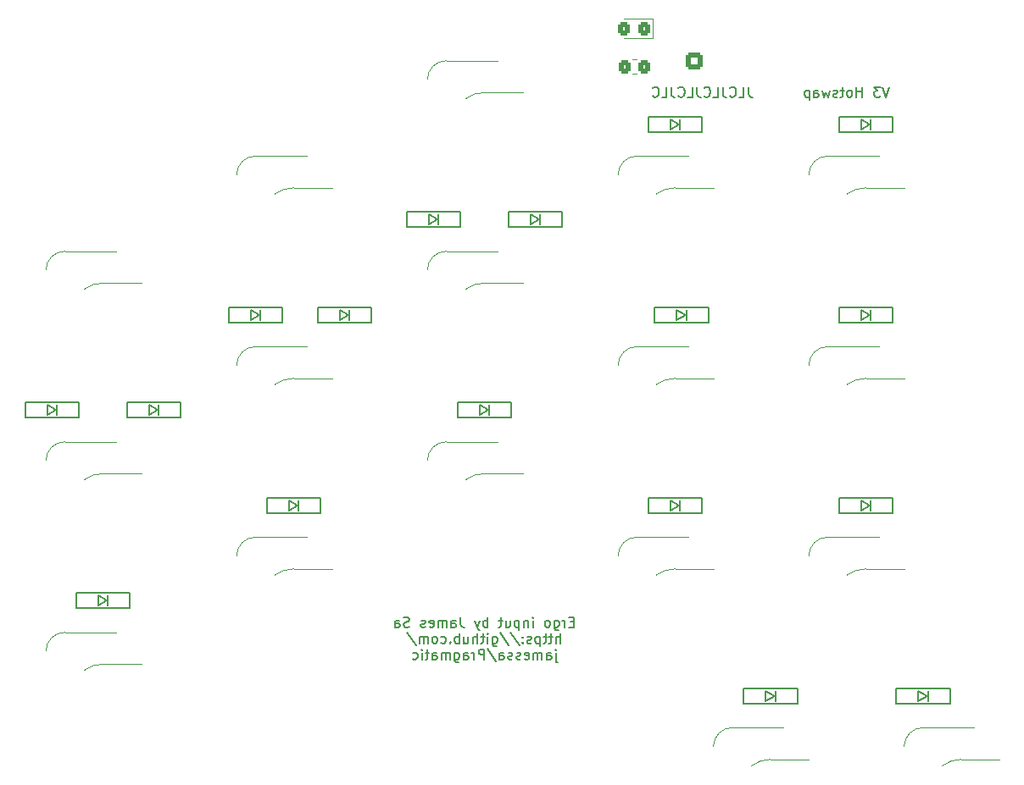
<source format=gbo>
%TF.GenerationSoftware,KiCad,Pcbnew,(6.0.4-0)*%
%TF.CreationDate,2022-03-28T14:08:22+08:00*%
%TF.ProjectId,Pragmatic,50726167-6d61-4746-9963-2e6b69636164,3*%
%TF.SameCoordinates,PX5ad6650PY48ab840*%
%TF.FileFunction,Legend,Bot*%
%TF.FilePolarity,Positive*%
%FSLAX46Y46*%
G04 Gerber Fmt 4.6, Leading zero omitted, Abs format (unit mm)*
G04 Created by KiCad (PCBNEW (6.0.4-0)) date 2022-03-28 14:08:22*
%MOMM*%
%LPD*%
G01*
G04 APERTURE LIST*
G04 Aperture macros list*
%AMRoundRect*
0 Rectangle with rounded corners*
0 $1 Rounding radius*
0 $2 $3 $4 $5 $6 $7 $8 $9 X,Y pos of 4 corners*
0 Add a 4 corners polygon primitive as box body*
4,1,4,$2,$3,$4,$5,$6,$7,$8,$9,$2,$3,0*
0 Add four circle primitives for the rounded corners*
1,1,$1+$1,$2,$3*
1,1,$1+$1,$4,$5*
1,1,$1+$1,$6,$7*
1,1,$1+$1,$8,$9*
0 Add four rect primitives between the rounded corners*
20,1,$1+$1,$2,$3,$4,$5,0*
20,1,$1+$1,$4,$5,$6,$7,0*
20,1,$1+$1,$6,$7,$8,$9,0*
20,1,$1+$1,$8,$9,$2,$3,0*%
G04 Aperture macros list end*
%ADD10C,0.150000*%
%ADD11C,0.120000*%
%ADD12C,1.701800*%
%ADD13C,1.900000*%
%ADD14C,3.000000*%
%ADD15C,4.000000*%
%ADD16C,2.032000*%
%ADD17R,2.550000X2.500000*%
%ADD18C,2.500000*%
%ADD19RoundRect,0.250000X0.600000X-0.600000X0.600000X0.600000X-0.600000X0.600000X-0.600000X-0.600000X0*%
%ADD20C,1.700000*%
%ADD21R,1.400000X1.000000*%
%ADD22RoundRect,0.250000X0.325000X0.450000X-0.325000X0.450000X-0.325000X-0.450000X0.325000X-0.450000X0*%
%ADD23RoundRect,0.250000X0.350000X0.450000X-0.350000X0.450000X-0.350000X-0.450000X0.350000X-0.450000X0*%
G04 APERTURE END LIST*
D10*
X8928571Y-30703571D02*
X8595238Y-30703571D01*
X8452380Y-31227380D02*
X8928571Y-31227380D01*
X8928571Y-30227380D01*
X8452380Y-30227380D01*
X8023809Y-31227380D02*
X8023809Y-30560714D01*
X8023809Y-30751190D02*
X7976190Y-30655952D01*
X7928571Y-30608333D01*
X7833333Y-30560714D01*
X7738095Y-30560714D01*
X6976190Y-30560714D02*
X6976190Y-31370238D01*
X7023809Y-31465476D01*
X7071428Y-31513095D01*
X7166666Y-31560714D01*
X7309523Y-31560714D01*
X7404761Y-31513095D01*
X6976190Y-31179761D02*
X7071428Y-31227380D01*
X7261904Y-31227380D01*
X7357142Y-31179761D01*
X7404761Y-31132142D01*
X7452380Y-31036904D01*
X7452380Y-30751190D01*
X7404761Y-30655952D01*
X7357142Y-30608333D01*
X7261904Y-30560714D01*
X7071428Y-30560714D01*
X6976190Y-30608333D01*
X6357142Y-31227380D02*
X6452380Y-31179761D01*
X6500000Y-31132142D01*
X6547619Y-31036904D01*
X6547619Y-30751190D01*
X6500000Y-30655952D01*
X6452380Y-30608333D01*
X6357142Y-30560714D01*
X6214285Y-30560714D01*
X6119047Y-30608333D01*
X6071428Y-30655952D01*
X6023809Y-30751190D01*
X6023809Y-31036904D01*
X6071428Y-31132142D01*
X6119047Y-31179761D01*
X6214285Y-31227380D01*
X6357142Y-31227380D01*
X4833333Y-31227380D02*
X4833333Y-30560714D01*
X4833333Y-30227380D02*
X4880952Y-30275000D01*
X4833333Y-30322619D01*
X4785714Y-30275000D01*
X4833333Y-30227380D01*
X4833333Y-30322619D01*
X4357142Y-30560714D02*
X4357142Y-31227380D01*
X4357142Y-30655952D02*
X4309523Y-30608333D01*
X4214285Y-30560714D01*
X4071428Y-30560714D01*
X3976190Y-30608333D01*
X3928571Y-30703571D01*
X3928571Y-31227380D01*
X3452380Y-30560714D02*
X3452380Y-31560714D01*
X3452380Y-30608333D02*
X3357142Y-30560714D01*
X3166666Y-30560714D01*
X3071428Y-30608333D01*
X3023809Y-30655952D01*
X2976190Y-30751190D01*
X2976190Y-31036904D01*
X3023809Y-31132142D01*
X3071428Y-31179761D01*
X3166666Y-31227380D01*
X3357142Y-31227380D01*
X3452380Y-31179761D01*
X2119047Y-30560714D02*
X2119047Y-31227380D01*
X2547619Y-30560714D02*
X2547619Y-31084523D01*
X2500000Y-31179761D01*
X2404761Y-31227380D01*
X2261904Y-31227380D01*
X2166666Y-31179761D01*
X2119047Y-31132142D01*
X1785714Y-30560714D02*
X1404761Y-30560714D01*
X1642857Y-30227380D02*
X1642857Y-31084523D01*
X1595238Y-31179761D01*
X1500000Y-31227380D01*
X1404761Y-31227380D01*
X309523Y-31227380D02*
X309523Y-30227380D01*
X309523Y-30608333D02*
X214285Y-30560714D01*
X23809Y-30560714D01*
X-71429Y-30608333D01*
X-119048Y-30655952D01*
X-166667Y-30751190D01*
X-166667Y-31036904D01*
X-119048Y-31132142D01*
X-71429Y-31179761D01*
X23809Y-31227380D01*
X214285Y-31227380D01*
X309523Y-31179761D01*
X-500000Y-30560714D02*
X-738096Y-31227380D01*
X-976191Y-30560714D02*
X-738096Y-31227380D01*
X-642858Y-31465476D01*
X-595239Y-31513095D01*
X-500000Y-31560714D01*
X-2404762Y-30227380D02*
X-2404762Y-30941666D01*
X-2357143Y-31084523D01*
X-2261905Y-31179761D01*
X-2119048Y-31227380D01*
X-2023810Y-31227380D01*
X-3309524Y-31227380D02*
X-3309524Y-30703571D01*
X-3261905Y-30608333D01*
X-3166667Y-30560714D01*
X-2976191Y-30560714D01*
X-2880953Y-30608333D01*
X-3309524Y-31179761D02*
X-3214286Y-31227380D01*
X-2976191Y-31227380D01*
X-2880953Y-31179761D01*
X-2833334Y-31084523D01*
X-2833334Y-30989285D01*
X-2880953Y-30894047D01*
X-2976191Y-30846428D01*
X-3214286Y-30846428D01*
X-3309524Y-30798809D01*
X-3785715Y-31227380D02*
X-3785715Y-30560714D01*
X-3785715Y-30655952D02*
X-3833334Y-30608333D01*
X-3928572Y-30560714D01*
X-4071429Y-30560714D01*
X-4166667Y-30608333D01*
X-4214286Y-30703571D01*
X-4214286Y-31227380D01*
X-4214286Y-30703571D02*
X-4261905Y-30608333D01*
X-4357143Y-30560714D01*
X-4500000Y-30560714D01*
X-4595239Y-30608333D01*
X-4642858Y-30703571D01*
X-4642858Y-31227380D01*
X-5500000Y-31179761D02*
X-5404762Y-31227380D01*
X-5214286Y-31227380D01*
X-5119048Y-31179761D01*
X-5071429Y-31084523D01*
X-5071429Y-30703571D01*
X-5119048Y-30608333D01*
X-5214286Y-30560714D01*
X-5404762Y-30560714D01*
X-5500000Y-30608333D01*
X-5547620Y-30703571D01*
X-5547620Y-30798809D01*
X-5071429Y-30894047D01*
X-5928572Y-31179761D02*
X-6023810Y-31227380D01*
X-6214286Y-31227380D01*
X-6309524Y-31179761D01*
X-6357143Y-31084523D01*
X-6357143Y-31036904D01*
X-6309524Y-30941666D01*
X-6214286Y-30894047D01*
X-6071429Y-30894047D01*
X-5976191Y-30846428D01*
X-5928572Y-30751190D01*
X-5928572Y-30703571D01*
X-5976191Y-30608333D01*
X-6071429Y-30560714D01*
X-6214286Y-30560714D01*
X-6309524Y-30608333D01*
X-7500000Y-31179761D02*
X-7642858Y-31227380D01*
X-7880953Y-31227380D01*
X-7976191Y-31179761D01*
X-8023810Y-31132142D01*
X-8071429Y-31036904D01*
X-8071429Y-30941666D01*
X-8023810Y-30846428D01*
X-7976191Y-30798809D01*
X-7880953Y-30751190D01*
X-7690477Y-30703571D01*
X-7595239Y-30655952D01*
X-7547620Y-30608333D01*
X-7500000Y-30513095D01*
X-7500000Y-30417857D01*
X-7547620Y-30322619D01*
X-7595239Y-30275000D01*
X-7690477Y-30227380D01*
X-7928572Y-30227380D01*
X-8071429Y-30275000D01*
X-8928572Y-31227380D02*
X-8928572Y-30703571D01*
X-8880953Y-30608333D01*
X-8785715Y-30560714D01*
X-8595239Y-30560714D01*
X-8500000Y-30608333D01*
X-8928572Y-31179761D02*
X-8833334Y-31227380D01*
X-8595239Y-31227380D01*
X-8500000Y-31179761D01*
X-8452381Y-31084523D01*
X-8452381Y-30989285D01*
X-8500000Y-30894047D01*
X-8595239Y-30846428D01*
X-8833334Y-30846428D01*
X-8928572Y-30798809D01*
X7571428Y-32837380D02*
X7571428Y-31837380D01*
X7142857Y-32837380D02*
X7142857Y-32313571D01*
X7190476Y-32218333D01*
X7285714Y-32170714D01*
X7428571Y-32170714D01*
X7523809Y-32218333D01*
X7571428Y-32265952D01*
X6809523Y-32170714D02*
X6428571Y-32170714D01*
X6666666Y-31837380D02*
X6666666Y-32694523D01*
X6619047Y-32789761D01*
X6523809Y-32837380D01*
X6428571Y-32837380D01*
X6238095Y-32170714D02*
X5857142Y-32170714D01*
X6095238Y-31837380D02*
X6095238Y-32694523D01*
X6047619Y-32789761D01*
X5952380Y-32837380D01*
X5857142Y-32837380D01*
X5523809Y-32170714D02*
X5523809Y-33170714D01*
X5523809Y-32218333D02*
X5428571Y-32170714D01*
X5238095Y-32170714D01*
X5142857Y-32218333D01*
X5095238Y-32265952D01*
X5047619Y-32361190D01*
X5047619Y-32646904D01*
X5095238Y-32742142D01*
X5142857Y-32789761D01*
X5238095Y-32837380D01*
X5428571Y-32837380D01*
X5523809Y-32789761D01*
X4666666Y-32789761D02*
X4571428Y-32837380D01*
X4380952Y-32837380D01*
X4285714Y-32789761D01*
X4238095Y-32694523D01*
X4238095Y-32646904D01*
X4285714Y-32551666D01*
X4380952Y-32504047D01*
X4523809Y-32504047D01*
X4619047Y-32456428D01*
X4666666Y-32361190D01*
X4666666Y-32313571D01*
X4619047Y-32218333D01*
X4523809Y-32170714D01*
X4380952Y-32170714D01*
X4285714Y-32218333D01*
X3809523Y-32742142D02*
X3761904Y-32789761D01*
X3809523Y-32837380D01*
X3857142Y-32789761D01*
X3809523Y-32742142D01*
X3809523Y-32837380D01*
X3809523Y-32218333D02*
X3761904Y-32265952D01*
X3809523Y-32313571D01*
X3857142Y-32265952D01*
X3809523Y-32218333D01*
X3809523Y-32313571D01*
X2619047Y-31789761D02*
X3476190Y-33075476D01*
X1571428Y-31789761D02*
X2428571Y-33075476D01*
X809523Y-32170714D02*
X809523Y-32980238D01*
X857142Y-33075476D01*
X904761Y-33123095D01*
X1000000Y-33170714D01*
X1142857Y-33170714D01*
X1238095Y-33123095D01*
X809523Y-32789761D02*
X904761Y-32837380D01*
X1095238Y-32837380D01*
X1190476Y-32789761D01*
X1238095Y-32742142D01*
X1285714Y-32646904D01*
X1285714Y-32361190D01*
X1238095Y-32265952D01*
X1190476Y-32218333D01*
X1095238Y-32170714D01*
X904761Y-32170714D01*
X809523Y-32218333D01*
X333333Y-32837380D02*
X333333Y-32170714D01*
X333333Y-31837380D02*
X380952Y-31885000D01*
X333333Y-31932619D01*
X285714Y-31885000D01*
X333333Y-31837380D01*
X333333Y-31932619D01*
X0Y-32170714D02*
X-380953Y-32170714D01*
X-142858Y-31837380D02*
X-142858Y-32694523D01*
X-190477Y-32789761D01*
X-285715Y-32837380D01*
X-380953Y-32837380D01*
X-714286Y-32837380D02*
X-714286Y-31837380D01*
X-1142858Y-32837380D02*
X-1142858Y-32313571D01*
X-1095239Y-32218333D01*
X-1000000Y-32170714D01*
X-857143Y-32170714D01*
X-761905Y-32218333D01*
X-714286Y-32265952D01*
X-2047620Y-32170714D02*
X-2047620Y-32837380D01*
X-1619048Y-32170714D02*
X-1619048Y-32694523D01*
X-1666667Y-32789761D01*
X-1761905Y-32837380D01*
X-1904762Y-32837380D01*
X-2000000Y-32789761D01*
X-2047620Y-32742142D01*
X-2523810Y-32837380D02*
X-2523810Y-31837380D01*
X-2523810Y-32218333D02*
X-2619048Y-32170714D01*
X-2809524Y-32170714D01*
X-2904762Y-32218333D01*
X-2952381Y-32265952D01*
X-3000000Y-32361190D01*
X-3000000Y-32646904D01*
X-2952381Y-32742142D01*
X-2904762Y-32789761D01*
X-2809524Y-32837380D01*
X-2619048Y-32837380D01*
X-2523810Y-32789761D01*
X-3428572Y-32742142D02*
X-3476191Y-32789761D01*
X-3428572Y-32837380D01*
X-3380953Y-32789761D01*
X-3428572Y-32742142D01*
X-3428572Y-32837380D01*
X-4333334Y-32789761D02*
X-4238096Y-32837380D01*
X-4047620Y-32837380D01*
X-3952381Y-32789761D01*
X-3904762Y-32742142D01*
X-3857143Y-32646904D01*
X-3857143Y-32361190D01*
X-3904762Y-32265952D01*
X-3952381Y-32218333D01*
X-4047620Y-32170714D01*
X-4238096Y-32170714D01*
X-4333334Y-32218333D01*
X-4904762Y-32837380D02*
X-4809524Y-32789761D01*
X-4761905Y-32742142D01*
X-4714286Y-32646904D01*
X-4714286Y-32361190D01*
X-4761905Y-32265952D01*
X-4809524Y-32218333D01*
X-4904762Y-32170714D01*
X-5047620Y-32170714D01*
X-5142858Y-32218333D01*
X-5190477Y-32265952D01*
X-5238096Y-32361190D01*
X-5238096Y-32646904D01*
X-5190477Y-32742142D01*
X-5142858Y-32789761D01*
X-5047620Y-32837380D01*
X-4904762Y-32837380D01*
X-5666667Y-32837380D02*
X-5666667Y-32170714D01*
X-5666667Y-32265952D02*
X-5714286Y-32218333D01*
X-5809524Y-32170714D01*
X-5952381Y-32170714D01*
X-6047620Y-32218333D01*
X-6095239Y-32313571D01*
X-6095239Y-32837380D01*
X-6095239Y-32313571D02*
X-6142858Y-32218333D01*
X-6238096Y-32170714D01*
X-6380953Y-32170714D01*
X-6476191Y-32218333D01*
X-6523810Y-32313571D01*
X-6523810Y-32837380D01*
X-7714286Y-31789761D02*
X-6857143Y-33075476D01*
X7119047Y-33780714D02*
X7119047Y-34637857D01*
X7166666Y-34733095D01*
X7261904Y-34780714D01*
X7309523Y-34780714D01*
X7119047Y-33447380D02*
X7166666Y-33495000D01*
X7119047Y-33542619D01*
X7071428Y-33495000D01*
X7119047Y-33447380D01*
X7119047Y-33542619D01*
X6214285Y-34447380D02*
X6214285Y-33923571D01*
X6261904Y-33828333D01*
X6357142Y-33780714D01*
X6547619Y-33780714D01*
X6642857Y-33828333D01*
X6214285Y-34399761D02*
X6309523Y-34447380D01*
X6547619Y-34447380D01*
X6642857Y-34399761D01*
X6690476Y-34304523D01*
X6690476Y-34209285D01*
X6642857Y-34114047D01*
X6547619Y-34066428D01*
X6309523Y-34066428D01*
X6214285Y-34018809D01*
X5738095Y-34447380D02*
X5738095Y-33780714D01*
X5738095Y-33875952D02*
X5690476Y-33828333D01*
X5595238Y-33780714D01*
X5452380Y-33780714D01*
X5357142Y-33828333D01*
X5309523Y-33923571D01*
X5309523Y-34447380D01*
X5309523Y-33923571D02*
X5261904Y-33828333D01*
X5166666Y-33780714D01*
X5023809Y-33780714D01*
X4928571Y-33828333D01*
X4880952Y-33923571D01*
X4880952Y-34447380D01*
X4023809Y-34399761D02*
X4119047Y-34447380D01*
X4309523Y-34447380D01*
X4404761Y-34399761D01*
X4452380Y-34304523D01*
X4452380Y-33923571D01*
X4404761Y-33828333D01*
X4309523Y-33780714D01*
X4119047Y-33780714D01*
X4023809Y-33828333D01*
X3976190Y-33923571D01*
X3976190Y-34018809D01*
X4452380Y-34114047D01*
X3595238Y-34399761D02*
X3500000Y-34447380D01*
X3309523Y-34447380D01*
X3214285Y-34399761D01*
X3166666Y-34304523D01*
X3166666Y-34256904D01*
X3214285Y-34161666D01*
X3309523Y-34114047D01*
X3452380Y-34114047D01*
X3547619Y-34066428D01*
X3595238Y-33971190D01*
X3595238Y-33923571D01*
X3547619Y-33828333D01*
X3452380Y-33780714D01*
X3309523Y-33780714D01*
X3214285Y-33828333D01*
X2785714Y-34399761D02*
X2690476Y-34447380D01*
X2500000Y-34447380D01*
X2404761Y-34399761D01*
X2357142Y-34304523D01*
X2357142Y-34256904D01*
X2404761Y-34161666D01*
X2500000Y-34114047D01*
X2642857Y-34114047D01*
X2738095Y-34066428D01*
X2785714Y-33971190D01*
X2785714Y-33923571D01*
X2738095Y-33828333D01*
X2642857Y-33780714D01*
X2500000Y-33780714D01*
X2404761Y-33828333D01*
X1500000Y-34447380D02*
X1500000Y-33923571D01*
X1547619Y-33828333D01*
X1642857Y-33780714D01*
X1833333Y-33780714D01*
X1928571Y-33828333D01*
X1500000Y-34399761D02*
X1595238Y-34447380D01*
X1833333Y-34447380D01*
X1928571Y-34399761D01*
X1976190Y-34304523D01*
X1976190Y-34209285D01*
X1928571Y-34114047D01*
X1833333Y-34066428D01*
X1595238Y-34066428D01*
X1500000Y-34018809D01*
X309523Y-33399761D02*
X1166666Y-34685476D01*
X-23810Y-34447380D02*
X-23810Y-33447380D01*
X-404762Y-33447380D01*
X-500000Y-33495000D01*
X-547620Y-33542619D01*
X-595239Y-33637857D01*
X-595239Y-33780714D01*
X-547620Y-33875952D01*
X-500000Y-33923571D01*
X-404762Y-33971190D01*
X-23810Y-33971190D01*
X-1023810Y-34447380D02*
X-1023810Y-33780714D01*
X-1023810Y-33971190D02*
X-1071429Y-33875952D01*
X-1119048Y-33828333D01*
X-1214286Y-33780714D01*
X-1309524Y-33780714D01*
X-2071429Y-34447380D02*
X-2071429Y-33923571D01*
X-2023810Y-33828333D01*
X-1928572Y-33780714D01*
X-1738096Y-33780714D01*
X-1642858Y-33828333D01*
X-2071429Y-34399761D02*
X-1976191Y-34447380D01*
X-1738096Y-34447380D01*
X-1642858Y-34399761D01*
X-1595239Y-34304523D01*
X-1595239Y-34209285D01*
X-1642858Y-34114047D01*
X-1738096Y-34066428D01*
X-1976191Y-34066428D01*
X-2071429Y-34018809D01*
X-2976191Y-33780714D02*
X-2976191Y-34590238D01*
X-2928572Y-34685476D01*
X-2880953Y-34733095D01*
X-2785715Y-34780714D01*
X-2642858Y-34780714D01*
X-2547620Y-34733095D01*
X-2976191Y-34399761D02*
X-2880953Y-34447380D01*
X-2690477Y-34447380D01*
X-2595239Y-34399761D01*
X-2547620Y-34352142D01*
X-2500000Y-34256904D01*
X-2500000Y-33971190D01*
X-2547620Y-33875952D01*
X-2595239Y-33828333D01*
X-2690477Y-33780714D01*
X-2880953Y-33780714D01*
X-2976191Y-33828333D01*
X-3452381Y-34447380D02*
X-3452381Y-33780714D01*
X-3452381Y-33875952D02*
X-3500000Y-33828333D01*
X-3595239Y-33780714D01*
X-3738096Y-33780714D01*
X-3833334Y-33828333D01*
X-3880953Y-33923571D01*
X-3880953Y-34447380D01*
X-3880953Y-33923571D02*
X-3928572Y-33828333D01*
X-4023810Y-33780714D01*
X-4166667Y-33780714D01*
X-4261905Y-33828333D01*
X-4309524Y-33923571D01*
X-4309524Y-34447380D01*
X-5214286Y-34447380D02*
X-5214286Y-33923571D01*
X-5166667Y-33828333D01*
X-5071429Y-33780714D01*
X-4880953Y-33780714D01*
X-4785715Y-33828333D01*
X-5214286Y-34399761D02*
X-5119048Y-34447380D01*
X-4880953Y-34447380D01*
X-4785715Y-34399761D01*
X-4738096Y-34304523D01*
X-4738096Y-34209285D01*
X-4785715Y-34114047D01*
X-4880953Y-34066428D01*
X-5119048Y-34066428D01*
X-5214286Y-34018809D01*
X-5547620Y-33780714D02*
X-5928572Y-33780714D01*
X-5690477Y-33447380D02*
X-5690477Y-34304523D01*
X-5738096Y-34399761D01*
X-5833334Y-34447380D01*
X-5928572Y-34447380D01*
X-6261905Y-34447380D02*
X-6261905Y-33780714D01*
X-6261905Y-33447380D02*
X-6214286Y-33495000D01*
X-6261905Y-33542619D01*
X-6309524Y-33495000D01*
X-6261905Y-33447380D01*
X-6261905Y-33542619D01*
X-7166667Y-34399761D02*
X-7071429Y-34447380D01*
X-6880953Y-34447380D01*
X-6785715Y-34399761D01*
X-6738096Y-34352142D01*
X-6690477Y-34256904D01*
X-6690477Y-33971190D01*
X-6738096Y-33875952D01*
X-6785715Y-33828333D01*
X-6880953Y-33780714D01*
X-7071429Y-33780714D01*
X-7166667Y-33828333D01*
X26369404Y22781381D02*
X26369404Y22055667D01*
X26417023Y21910524D01*
X26512261Y21813762D01*
X26655119Y21765381D01*
X26750357Y21765381D01*
X25417023Y21765381D02*
X25893214Y21765381D01*
X25893214Y22781381D01*
X24512261Y21862143D02*
X24559880Y21813762D01*
X24702738Y21765381D01*
X24797976Y21765381D01*
X24940833Y21813762D01*
X25036071Y21910524D01*
X25083690Y22007286D01*
X25131309Y22200810D01*
X25131309Y22345953D01*
X25083690Y22539477D01*
X25036071Y22636239D01*
X24940833Y22733000D01*
X24797976Y22781381D01*
X24702738Y22781381D01*
X24559880Y22733000D01*
X24512261Y22684620D01*
X23797976Y22781381D02*
X23797976Y22055667D01*
X23845595Y21910524D01*
X23940833Y21813762D01*
X24083690Y21765381D01*
X24178928Y21765381D01*
X22845595Y21765381D02*
X23321785Y21765381D01*
X23321785Y22781381D01*
X21940833Y21862143D02*
X21988452Y21813762D01*
X22131309Y21765381D01*
X22226547Y21765381D01*
X22369404Y21813762D01*
X22464642Y21910524D01*
X22512261Y22007286D01*
X22559880Y22200810D01*
X22559880Y22345953D01*
X22512261Y22539477D01*
X22464642Y22636239D01*
X22369404Y22733000D01*
X22226547Y22781381D01*
X22131309Y22781381D01*
X21988452Y22733000D01*
X21940833Y22684620D01*
X21226547Y22781381D02*
X21226547Y22055667D01*
X21274166Y21910524D01*
X21369404Y21813762D01*
X21512261Y21765381D01*
X21607500Y21765381D01*
X20274166Y21765381D02*
X20750357Y21765381D01*
X20750357Y22781381D01*
X19369404Y21862143D02*
X19417023Y21813762D01*
X19559880Y21765381D01*
X19655119Y21765381D01*
X19797976Y21813762D01*
X19893214Y21910524D01*
X19940833Y22007286D01*
X19988452Y22200810D01*
X19988452Y22345953D01*
X19940833Y22539477D01*
X19893214Y22636239D01*
X19797976Y22733000D01*
X19655119Y22781381D01*
X19559880Y22781381D01*
X19417023Y22733000D01*
X19369404Y22684620D01*
X18655119Y22781381D02*
X18655119Y22055667D01*
X18702738Y21910524D01*
X18797976Y21813762D01*
X18940833Y21765381D01*
X19036071Y21765381D01*
X17702738Y21765381D02*
X18178928Y21765381D01*
X18178928Y22781381D01*
X16797976Y21862143D02*
X16845595Y21813762D01*
X16988452Y21765381D01*
X17083690Y21765381D01*
X17226547Y21813762D01*
X17321785Y21910524D01*
X17369404Y22007286D01*
X17417023Y22200810D01*
X17417023Y22345953D01*
X17369404Y22539477D01*
X17321785Y22636239D01*
X17226547Y22733000D01*
X17083690Y22781381D01*
X16988452Y22781381D01*
X16845595Y22733000D01*
X16797976Y22684620D01*
X40447261Y22772620D02*
X40113928Y21772620D01*
X39780595Y22772620D01*
X39542500Y22772620D02*
X38923452Y22772620D01*
X39256785Y22391667D01*
X39113928Y22391667D01*
X39018690Y22344048D01*
X38971071Y22296429D01*
X38923452Y22201191D01*
X38923452Y21963096D01*
X38971071Y21867858D01*
X39018690Y21820239D01*
X39113928Y21772620D01*
X39399642Y21772620D01*
X39494880Y21820239D01*
X39542500Y21867858D01*
X37732976Y21772620D02*
X37732976Y22772620D01*
X37732976Y22296429D02*
X37161547Y22296429D01*
X37161547Y21772620D02*
X37161547Y22772620D01*
X36542500Y21772620D02*
X36637738Y21820239D01*
X36685357Y21867858D01*
X36732976Y21963096D01*
X36732976Y22248810D01*
X36685357Y22344048D01*
X36637738Y22391667D01*
X36542500Y22439286D01*
X36399642Y22439286D01*
X36304404Y22391667D01*
X36256785Y22344048D01*
X36209166Y22248810D01*
X36209166Y21963096D01*
X36256785Y21867858D01*
X36304404Y21820239D01*
X36399642Y21772620D01*
X36542500Y21772620D01*
X35923452Y22439286D02*
X35542500Y22439286D01*
X35780595Y22772620D02*
X35780595Y21915477D01*
X35732976Y21820239D01*
X35637738Y21772620D01*
X35542500Y21772620D01*
X35256785Y21820239D02*
X35161547Y21772620D01*
X34971071Y21772620D01*
X34875833Y21820239D01*
X34828214Y21915477D01*
X34828214Y21963096D01*
X34875833Y22058334D01*
X34971071Y22105953D01*
X35113928Y22105953D01*
X35209166Y22153572D01*
X35256785Y22248810D01*
X35256785Y22296429D01*
X35209166Y22391667D01*
X35113928Y22439286D01*
X34971071Y22439286D01*
X34875833Y22391667D01*
X34494880Y22439286D02*
X34304404Y21772620D01*
X34113928Y22248810D01*
X33923452Y21772620D01*
X33732976Y22439286D01*
X32923452Y21772620D02*
X32923452Y22296429D01*
X32971071Y22391667D01*
X33066309Y22439286D01*
X33256785Y22439286D01*
X33352023Y22391667D01*
X32923452Y21820239D02*
X33018690Y21772620D01*
X33256785Y21772620D01*
X33352023Y21820239D01*
X33399642Y21915477D01*
X33399642Y22010715D01*
X33352023Y22105953D01*
X33256785Y22153572D01*
X33018690Y22153572D01*
X32923452Y22201191D01*
X32447261Y22439286D02*
X32447261Y21439286D01*
X32447261Y22391667D02*
X32352023Y22439286D01*
X32161547Y22439286D01*
X32066309Y22391667D01*
X32018690Y22344048D01*
X31971071Y22248810D01*
X31971071Y21963096D01*
X32018690Y21867858D01*
X32066309Y21820239D01*
X32161547Y21772620D01*
X32352023Y21772620D01*
X32447261Y21820239D01*
D11*
X-41910000Y6350000D02*
X-36830000Y6350000D01*
X-38100000Y3175000D02*
X-34290000Y3175000D01*
X-38100000Y3175000D02*
G75*
G03*
X-40005000Y2540000I3J-3175009D01*
G01*
X-41910000Y6350000D02*
G75*
G03*
X-43815000Y4445000I1J-1905001D01*
G01*
X-41910000Y-12700000D02*
X-36830000Y-12700000D01*
X-38100000Y-15875000D02*
X-34290000Y-15875000D01*
X-38100000Y-15875000D02*
G75*
G03*
X-40005000Y-16510000I3J-3175009D01*
G01*
X-41910000Y-12700000D02*
G75*
G03*
X-43815000Y-14605000I1J-1905001D01*
G01*
X-19050000Y-6350000D02*
X-15240000Y-6350000D01*
X-22860000Y-3175000D02*
X-17780000Y-3175000D01*
X-19050000Y-6350000D02*
G75*
G03*
X-20955000Y-6985000I3J-3175009D01*
G01*
X-22860000Y-3175000D02*
G75*
G03*
X-24765000Y-5080000I1J-1905001D01*
G01*
X-19050000Y12700000D02*
X-15240000Y12700000D01*
X-22860000Y15875000D02*
X-17780000Y15875000D01*
X-22860000Y15875000D02*
G75*
G03*
X-24765000Y13970000I1J-1905001D01*
G01*
X-19050000Y12700000D02*
G75*
G03*
X-20955000Y12065000I3J-3175009D01*
G01*
X0Y22225000D02*
X3810000Y22225000D01*
X-3810000Y25400000D02*
X1270000Y25400000D01*
X-3810000Y25400000D02*
G75*
G03*
X-5715000Y23495000I1J-1905001D01*
G01*
X0Y22225000D02*
G75*
G03*
X-1905000Y21590000I3J-3175009D01*
G01*
X15240000Y15875000D02*
X20320000Y15875000D01*
X19050000Y12700000D02*
X22860000Y12700000D01*
X19050000Y12700000D02*
G75*
G03*
X17145000Y12065000I3J-3175009D01*
G01*
X15240000Y15875000D02*
G75*
G03*
X13335000Y13970000I1J-1905001D01*
G01*
X34290000Y15875000D02*
X39370000Y15875000D01*
X38100000Y12700000D02*
X41910000Y12700000D01*
X38100000Y12700000D02*
G75*
G03*
X36195000Y12065000I3J-3175009D01*
G01*
X34290000Y15875000D02*
G75*
G03*
X32385000Y13970000I1J-1905001D01*
G01*
X0Y3175000D02*
X3810000Y3175000D01*
X-3810000Y6350000D02*
X1270000Y6350000D01*
X-3810000Y6350000D02*
G75*
G03*
X-5715000Y4445000I1J-1905001D01*
G01*
X0Y3175000D02*
G75*
G03*
X-1905000Y2540000I3J-3175009D01*
G01*
X19050000Y-6350000D02*
X22860000Y-6350000D01*
X15240000Y-3175000D02*
X20320000Y-3175000D01*
X19050000Y-6350000D02*
G75*
G03*
X17145000Y-6985000I3J-3175009D01*
G01*
X15240000Y-3175000D02*
G75*
G03*
X13335000Y-5080000I1J-1905001D01*
G01*
X38100000Y-6350000D02*
X41910000Y-6350000D01*
X34290000Y-3175000D02*
X39370000Y-3175000D01*
X38100000Y-6350000D02*
G75*
G03*
X36195000Y-6985000I3J-3175009D01*
G01*
X34290000Y-3175000D02*
G75*
G03*
X32385000Y-5080000I1J-1905001D01*
G01*
X-38100000Y-34925000D02*
X-34290000Y-34925000D01*
X-41910000Y-31750000D02*
X-36830000Y-31750000D01*
X-41910000Y-31750000D02*
G75*
G03*
X-43815000Y-33655000I1J-1905001D01*
G01*
X-38100000Y-34925000D02*
G75*
G03*
X-40005000Y-35560000I3J-3175009D01*
G01*
X-19050000Y-25400000D02*
X-15240000Y-25400000D01*
X-22860000Y-22225000D02*
X-17780000Y-22225000D01*
X-19050000Y-25400000D02*
G75*
G03*
X-20955000Y-26035000I3J-3175009D01*
G01*
X-22860000Y-22225000D02*
G75*
G03*
X-24765000Y-24130000I1J-1905001D01*
G01*
X0Y-15875000D02*
X3810000Y-15875000D01*
X-3810000Y-12700000D02*
X1270000Y-12700000D01*
X0Y-15875000D02*
G75*
G03*
X-1905000Y-16510000I3J-3175009D01*
G01*
X-3810000Y-12700000D02*
G75*
G03*
X-5715000Y-14605000I1J-1905001D01*
G01*
X15240000Y-22225000D02*
X20320000Y-22225000D01*
X19050000Y-25400000D02*
X22860000Y-25400000D01*
X19050000Y-25400000D02*
G75*
G03*
X17145000Y-26035000I3J-3175009D01*
G01*
X15240000Y-22225000D02*
G75*
G03*
X13335000Y-24130000I1J-1905001D01*
G01*
X34290000Y-22225000D02*
X39370000Y-22225000D01*
X38100000Y-25400000D02*
X41910000Y-25400000D01*
X38100000Y-25400000D02*
G75*
G03*
X36195000Y-26035000I3J-3175009D01*
G01*
X34290000Y-22225000D02*
G75*
G03*
X32385000Y-24130000I1J-1905001D01*
G01*
X28575000Y-44450000D02*
X32385000Y-44450000D01*
X24765000Y-41275000D02*
X29845000Y-41275000D01*
X28575000Y-44450000D02*
G75*
G03*
X26670000Y-45085000I3J-3175009D01*
G01*
X24765000Y-41275000D02*
G75*
G03*
X22860000Y-43180000I1J-1905001D01*
G01*
X47625000Y-44450000D02*
X51435000Y-44450000D01*
X43815000Y-41275000D02*
X48895000Y-41275000D01*
X47625000Y-44450000D02*
G75*
G03*
X45720000Y-45085000I3J-3175009D01*
G01*
X43815000Y-41275000D02*
G75*
G03*
X41910000Y-43180000I1J-1905001D01*
G01*
D10*
X-43680000Y-9025000D02*
X-43680000Y-10025000D01*
X-45880000Y-8775000D02*
X-45880000Y-10275000D01*
X-42680000Y-9025000D02*
X-42680000Y-10025000D01*
X-43680000Y-10025000D02*
X-42780000Y-9525000D01*
X-40480000Y-8775000D02*
X-40480000Y-10275000D01*
X-42780000Y-9525000D02*
X-43680000Y-9025000D01*
X-40480000Y-10275000D02*
X-45880000Y-10275000D01*
X-45880000Y-8775000D02*
X-40480000Y-8775000D01*
X-30320000Y-10275000D02*
X-35720000Y-10275000D01*
X-33520000Y-9025000D02*
X-33520000Y-10025000D01*
X-32520000Y-9025000D02*
X-32520000Y-10025000D01*
X-33520000Y-10025000D02*
X-32620000Y-9525000D01*
X-35720000Y-8775000D02*
X-35720000Y-10275000D01*
X-35720000Y-8775000D02*
X-30320000Y-8775000D01*
X-30320000Y-8775000D02*
X-30320000Y-10275000D01*
X-32620000Y-9525000D02*
X-33520000Y-9025000D01*
X-16670000Y750000D02*
X-16670000Y-750000D01*
X-14470000Y-500000D02*
X-13570000Y0D01*
X-14470000Y500000D02*
X-14470000Y-500000D01*
X-11270000Y750000D02*
X-11270000Y-750000D01*
X-13470000Y500000D02*
X-13470000Y-500000D01*
X-13570000Y0D02*
X-14470000Y500000D01*
X-16670000Y750000D02*
X-11270000Y750000D01*
X-11270000Y-750000D02*
X-16670000Y-750000D01*
X-25560000Y750000D02*
X-20160000Y750000D01*
X-23360000Y-500000D02*
X-22460000Y0D01*
X-22360000Y500000D02*
X-22360000Y-500000D01*
X-25560000Y750000D02*
X-25560000Y-750000D01*
X-22460000Y0D02*
X-23360000Y500000D01*
X-23360000Y500000D02*
X-23360000Y-500000D01*
X-20160000Y-750000D02*
X-25560000Y-750000D01*
X-20160000Y750000D02*
X-20160000Y-750000D01*
X-7780000Y10275000D02*
X-2380000Y10275000D01*
X-2380000Y10275000D02*
X-2380000Y8775000D01*
X-5580000Y10025000D02*
X-5580000Y9025000D01*
X-7780000Y10275000D02*
X-7780000Y8775000D01*
X-2380000Y8775000D02*
X-7780000Y8775000D01*
X-4680000Y9525000D02*
X-5580000Y10025000D01*
X-4580000Y10025000D02*
X-4580000Y9025000D01*
X-5580000Y9025000D02*
X-4680000Y9525000D01*
X21750000Y18300000D02*
X16350000Y18300000D01*
X19450000Y19050000D02*
X18550000Y19550000D01*
X21750000Y19800000D02*
X21750000Y18300000D01*
X16350000Y19800000D02*
X16350000Y18300000D01*
X19550000Y19550000D02*
X19550000Y18550000D01*
X18550000Y18550000D02*
X19450000Y19050000D01*
X18550000Y19550000D02*
X18550000Y18550000D01*
X16350000Y19800000D02*
X21750000Y19800000D01*
X35400000Y19800000D02*
X40800000Y19800000D01*
X37600000Y18550000D02*
X38500000Y19050000D01*
X40800000Y18300000D02*
X35400000Y18300000D01*
X38600000Y19550000D02*
X38600000Y18550000D01*
X35400000Y19800000D02*
X35400000Y18300000D01*
X40800000Y19800000D02*
X40800000Y18300000D01*
X38500000Y19050000D02*
X37600000Y19550000D01*
X37600000Y19550000D02*
X37600000Y18550000D01*
X7780000Y10275000D02*
X7780000Y8775000D01*
X5480000Y9525000D02*
X4580000Y10025000D01*
X7780000Y8775000D02*
X2380000Y8775000D01*
X2380000Y10275000D02*
X7780000Y10275000D01*
X5580000Y10025000D02*
X5580000Y9025000D01*
X4580000Y10025000D02*
X4580000Y9025000D01*
X2380000Y10275000D02*
X2380000Y8775000D01*
X4580000Y9025000D02*
X5480000Y9525000D01*
X22385000Y-750000D02*
X16985000Y-750000D01*
X22385000Y750000D02*
X22385000Y-750000D01*
X20185000Y500000D02*
X20185000Y-500000D01*
X16985000Y750000D02*
X16985000Y-750000D01*
X19185000Y500000D02*
X19185000Y-500000D01*
X16985000Y750000D02*
X22385000Y750000D01*
X19185000Y-500000D02*
X20085000Y0D01*
X20085000Y0D02*
X19185000Y500000D01*
X37600000Y-500000D02*
X38500000Y0D01*
X35400000Y750000D02*
X35400000Y-750000D01*
X37600000Y500000D02*
X37600000Y-500000D01*
X40800000Y750000D02*
X40800000Y-750000D01*
X40800000Y-750000D02*
X35400000Y-750000D01*
X38500000Y0D02*
X37600000Y500000D01*
X38600000Y500000D02*
X38600000Y-500000D01*
X35400000Y750000D02*
X40800000Y750000D01*
X-35400000Y-29325000D02*
X-40800000Y-29325000D01*
X-38600000Y-28075000D02*
X-38600000Y-29075000D01*
X-37600000Y-28075000D02*
X-37600000Y-29075000D01*
X-40800000Y-27825000D02*
X-35400000Y-27825000D01*
X-38600000Y-29075000D02*
X-37700000Y-28575000D01*
X-37700000Y-28575000D02*
X-38600000Y-28075000D01*
X-40800000Y-27825000D02*
X-40800000Y-29325000D01*
X-35400000Y-27825000D02*
X-35400000Y-29325000D01*
X-19550000Y-19550000D02*
X-18650000Y-19050000D01*
X-18650000Y-19050000D02*
X-19550000Y-18550000D01*
X-19550000Y-18550000D02*
X-19550000Y-19550000D01*
X-16350000Y-19800000D02*
X-21750000Y-19800000D01*
X-21750000Y-18300000D02*
X-16350000Y-18300000D01*
X-18550000Y-18550000D02*
X-18550000Y-19550000D01*
X-16350000Y-18300000D02*
X-16350000Y-19800000D01*
X-21750000Y-18300000D02*
X-21750000Y-19800000D01*
X400000Y-9525000D02*
X-500000Y-9025000D01*
X-500000Y-10025000D02*
X400000Y-9525000D01*
X-500000Y-9025000D02*
X-500000Y-10025000D01*
X2700000Y-8775000D02*
X2700000Y-10275000D01*
X-2700000Y-8775000D02*
X-2700000Y-10275000D01*
X2700000Y-10275000D02*
X-2700000Y-10275000D01*
X-2700000Y-8775000D02*
X2700000Y-8775000D01*
X500000Y-9025000D02*
X500000Y-10025000D01*
X21750000Y-18300000D02*
X21750000Y-19800000D01*
X16350000Y-18300000D02*
X21750000Y-18300000D01*
X18550000Y-18550000D02*
X18550000Y-19550000D01*
X21750000Y-19800000D02*
X16350000Y-19800000D01*
X16350000Y-18300000D02*
X16350000Y-19800000D01*
X19550000Y-18550000D02*
X19550000Y-19550000D01*
X19450000Y-19050000D02*
X18550000Y-18550000D01*
X18550000Y-19550000D02*
X19450000Y-19050000D01*
X37600000Y-19550000D02*
X38500000Y-19050000D01*
X40800000Y-18300000D02*
X40800000Y-19800000D01*
X38600000Y-18550000D02*
X38600000Y-19550000D01*
X35400000Y-18300000D02*
X40800000Y-18300000D01*
X40800000Y-19800000D02*
X35400000Y-19800000D01*
X35400000Y-18300000D02*
X35400000Y-19800000D01*
X37600000Y-18550000D02*
X37600000Y-19550000D01*
X38500000Y-19050000D02*
X37600000Y-18550000D01*
X28975000Y-38100000D02*
X28075000Y-37600000D01*
X25875000Y-37350000D02*
X31275000Y-37350000D01*
X31275000Y-37350000D02*
X31275000Y-38850000D01*
X28075000Y-38600000D02*
X28975000Y-38100000D01*
X25875000Y-37350000D02*
X25875000Y-38850000D01*
X28075000Y-37600000D02*
X28075000Y-38600000D01*
X29075000Y-37600000D02*
X29075000Y-38600000D01*
X31275000Y-38850000D02*
X25875000Y-38850000D01*
X44315000Y-37600000D02*
X44315000Y-38600000D01*
X43315000Y-38600000D02*
X44215000Y-38100000D01*
X46515000Y-37350000D02*
X46515000Y-38850000D01*
X41115000Y-37350000D02*
X46515000Y-37350000D01*
X46515000Y-38850000D02*
X41115000Y-38850000D01*
X43315000Y-37600000D02*
X43315000Y-38600000D01*
X41115000Y-37350000D02*
X41115000Y-38850000D01*
X44215000Y-38100000D02*
X43315000Y-37600000D01*
D11*
X16805000Y27665000D02*
X13945000Y27665000D01*
X13945000Y29585000D02*
X16805000Y29585000D01*
X16805000Y29585000D02*
X16805000Y27665000D01*
X15197064Y25550000D02*
X14742936Y25550000D01*
X15197064Y24080000D02*
X14742936Y24080000D01*
%LPC*%
D12*
X-43575000Y-25000D03*
D13*
X-33020000Y0D03*
D14*
X-35560000Y5080000D03*
D15*
X-38100000Y0D03*
D12*
X-32575000Y-25000D03*
D14*
X-41910000Y2540000D03*
D13*
X-43180000Y0D03*
D16*
X-43075000Y-3810000D03*
D17*
X-45185000Y2540000D03*
X-32258000Y5080000D03*
D16*
X-38075000Y-5925000D03*
D12*
X-43575000Y-19075000D03*
D15*
X-38100000Y-19050000D03*
D13*
X-43180000Y-19050000D03*
D14*
X-41910000Y-16510000D03*
D12*
X-32575000Y-19075000D03*
D14*
X-35560000Y-13970000D03*
D13*
X-33020000Y-19050000D03*
D16*
X-43075000Y-22860000D03*
D17*
X-45185000Y-16510000D03*
X-32258000Y-13970000D03*
D16*
X-38075000Y-24975000D03*
D12*
X-13525000Y-9550000D03*
X-24525000Y-9550000D03*
D13*
X-24130000Y-9525000D03*
D15*
X-19050000Y-9525000D03*
D14*
X-16510000Y-4445000D03*
D13*
X-13970000Y-9525000D03*
D14*
X-22860000Y-6985000D03*
D17*
X-26135000Y-6985000D03*
D16*
X-24025000Y-13335000D03*
D17*
X-13208000Y-4445000D03*
D16*
X-19025000Y-15450000D03*
D14*
X-22860000Y12065000D03*
D13*
X-13970000Y9525000D03*
X-24130000Y9525000D03*
D15*
X-19050000Y9525000D03*
D12*
X-24525000Y9500000D03*
D14*
X-16510000Y14605000D03*
D12*
X-13525000Y9500000D03*
D16*
X-24025000Y5715000D03*
D17*
X-26135000Y12065000D03*
X-13208000Y14605000D03*
D16*
X-19025000Y3600000D03*
D14*
X2540000Y24130000D03*
D13*
X-5080000Y19050000D03*
D12*
X5525000Y19025000D03*
D13*
X5080000Y19050000D03*
D12*
X-5475000Y19025000D03*
D15*
X0Y19050000D03*
D14*
X-3810000Y21590000D03*
D16*
X-4975000Y15240000D03*
D17*
X-7085000Y21590000D03*
X5842000Y24130000D03*
D16*
X25000Y13125000D03*
D13*
X13970000Y9525000D03*
D15*
X19050000Y9525000D03*
D12*
X13575000Y9500000D03*
X24575000Y9500000D03*
D14*
X21590000Y14605000D03*
X15240000Y12065000D03*
D13*
X24130000Y9525000D03*
D16*
X14075000Y5715000D03*
D17*
X11965000Y12065000D03*
X24892000Y14605000D03*
D16*
X19075000Y3600000D03*
D13*
X43180000Y9525000D03*
D14*
X40640000Y14605000D03*
D12*
X32625000Y9500000D03*
D15*
X38100000Y9525000D03*
D14*
X34290000Y12065000D03*
D13*
X33020000Y9525000D03*
D12*
X43625000Y9500000D03*
D17*
X31015000Y12065000D03*
D16*
X33125000Y5715000D03*
D17*
X43942000Y14605000D03*
D16*
X38125000Y3600000D03*
D14*
X-3810000Y2540000D03*
D12*
X5525000Y-25000D03*
D13*
X5080000Y0D03*
D12*
X-5475000Y-25000D03*
D15*
X0Y0D03*
D13*
X-5080000Y0D03*
D14*
X2540000Y5080000D03*
D17*
X-7085000Y2540000D03*
D16*
X-4975000Y-3810000D03*
X25000Y-5925000D03*
D17*
X5842000Y5080000D03*
D15*
X19050000Y-9525000D03*
D13*
X13970000Y-9525000D03*
D14*
X21590000Y-4445000D03*
D13*
X24130000Y-9525000D03*
D14*
X15240000Y-6985000D03*
D12*
X24575000Y-9550000D03*
X13575000Y-9550000D03*
D16*
X14075000Y-13335000D03*
D17*
X11965000Y-6985000D03*
X24892000Y-4445000D03*
D16*
X19075000Y-15450000D03*
D13*
X33020000Y-9525000D03*
D12*
X32625000Y-9550000D03*
D13*
X43180000Y-9525000D03*
D14*
X34290000Y-6985000D03*
X40640000Y-4445000D03*
D15*
X38100000Y-9525000D03*
D12*
X43625000Y-9550000D03*
D17*
X31015000Y-6985000D03*
D16*
X33125000Y-13335000D03*
X38125000Y-15450000D03*
D17*
X43942000Y-4445000D03*
D15*
X-38100000Y-38100000D03*
D14*
X-35560000Y-33020000D03*
D13*
X-33020000Y-38100000D03*
D12*
X-32575000Y-38125000D03*
X-43575000Y-38125000D03*
D14*
X-41910000Y-35560000D03*
D13*
X-43180000Y-38100000D03*
D16*
X-43075000Y-41910000D03*
D17*
X-45185000Y-35560000D03*
D16*
X-38075000Y-44025000D03*
D17*
X-32258000Y-33020000D03*
D14*
X-16510000Y-23495000D03*
D12*
X-13525000Y-28600000D03*
D13*
X-13970000Y-28575000D03*
D12*
X-24525000Y-28600000D03*
D14*
X-22860000Y-26035000D03*
D13*
X-24130000Y-28575000D03*
D15*
X-19050000Y-28575000D03*
D16*
X-24025000Y-32385000D03*
D17*
X-26135000Y-26035000D03*
X-13208000Y-23495000D03*
D16*
X-19025000Y-34500000D03*
D15*
X0Y-19050000D03*
D14*
X2540000Y-13970000D03*
D13*
X5080000Y-19050000D03*
D12*
X-5475000Y-19075000D03*
D13*
X-5080000Y-19050000D03*
D12*
X5525000Y-19075000D03*
D14*
X-3810000Y-16510000D03*
D16*
X-4975000Y-22860000D03*
D17*
X-7085000Y-16510000D03*
X5842000Y-13970000D03*
D16*
X25000Y-24975000D03*
D13*
X24130000Y-28575000D03*
D14*
X21590000Y-23495000D03*
X15240000Y-26035000D03*
D15*
X19050000Y-28575000D03*
D12*
X24575000Y-28600000D03*
D13*
X13970000Y-28575000D03*
D12*
X13575000Y-28600000D03*
D17*
X11965000Y-26035000D03*
D16*
X14075000Y-32385000D03*
D17*
X24892000Y-23495000D03*
D16*
X19075000Y-34500000D03*
D14*
X40640000Y-23495000D03*
D12*
X32625000Y-28600000D03*
X43625000Y-28600000D03*
D15*
X38100000Y-28575000D03*
D13*
X33020000Y-28575000D03*
X43180000Y-28575000D03*
D14*
X34290000Y-26035000D03*
D16*
X33125000Y-32385000D03*
D17*
X31015000Y-26035000D03*
X43942000Y-23495000D03*
D16*
X38125000Y-34500000D03*
D13*
X23495000Y-47625000D03*
D14*
X31115000Y-42545000D03*
D15*
X28575000Y-47625000D03*
D14*
X24765000Y-45085000D03*
D13*
X33655000Y-47625000D03*
D12*
X23100000Y-47650000D03*
X34100000Y-47650000D03*
D16*
X23600000Y-51435000D03*
D17*
X21490000Y-45085000D03*
X34417000Y-42545000D03*
D16*
X28600000Y-53550000D03*
D12*
X53150000Y-47650000D03*
X42150000Y-47650000D03*
D15*
X47625000Y-47625000D03*
D14*
X50165000Y-42545000D03*
D13*
X42545000Y-47625000D03*
X52705000Y-47625000D03*
D14*
X43815000Y-45085000D03*
D16*
X42650000Y-51435000D03*
D17*
X40540000Y-45085000D03*
X53467000Y-42545000D03*
D16*
X47650000Y-53550000D03*
D18*
X-28575000Y0D03*
X-28575000Y-28575000D03*
X28575000Y0D03*
X38100000Y-38100000D03*
D19*
X20955000Y25400000D03*
D20*
X20955000Y27940000D03*
X23495000Y25400000D03*
X23495000Y27940000D03*
X26035000Y25400000D03*
X26035000Y27940000D03*
X28575000Y25400000D03*
X28575000Y27940000D03*
X31115000Y25400000D03*
X31115000Y27940000D03*
X33655000Y25400000D03*
X33655000Y27940000D03*
X36195000Y25400000D03*
X36195000Y27940000D03*
D21*
X-41405000Y-9525000D03*
X-44955000Y-9525000D03*
X-31245000Y-9525000D03*
X-34795000Y-9525000D03*
X-12195000Y0D03*
X-15745000Y0D03*
X-21085000Y0D03*
X-24635000Y0D03*
X-3305000Y9525000D03*
X-6855000Y9525000D03*
X20825000Y19050000D03*
X17275000Y19050000D03*
X39875000Y19050000D03*
X36325000Y19050000D03*
X6855000Y9525000D03*
X3305000Y9525000D03*
X21460000Y0D03*
X17910000Y0D03*
X39875000Y0D03*
X36325000Y0D03*
X-36325000Y-28575000D03*
X-39875000Y-28575000D03*
X-17275000Y-19050000D03*
X-20825000Y-19050000D03*
X1775000Y-9525000D03*
X-1775000Y-9525000D03*
X20825000Y-19050000D03*
X17275000Y-19050000D03*
X39875000Y-19050000D03*
X36325000Y-19050000D03*
X30350000Y-38100000D03*
X26800000Y-38100000D03*
X45590000Y-38100000D03*
X42040000Y-38100000D03*
D22*
X15970000Y28625000D03*
X13920000Y28625000D03*
D23*
X15970000Y24815000D03*
X13970000Y24815000D03*
M02*

</source>
